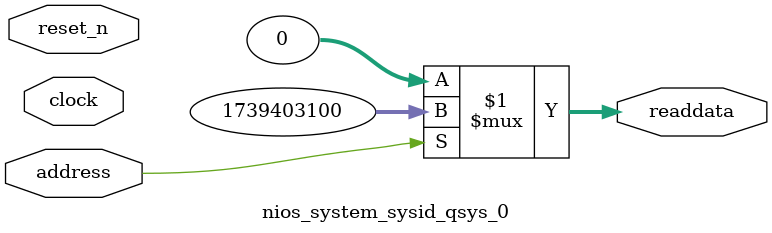
<source format=v>



// synthesis translate_off
`timescale 1ns / 1ps
// synthesis translate_on

// turn off superfluous verilog processor warnings 
// altera message_level Level1 
// altera message_off 10034 10035 10036 10037 10230 10240 10030 

module nios_system_sysid_qsys_0 (
               // inputs:
                address,
                clock,
                reset_n,

               // outputs:
                readdata
             )
;

  output  [ 31: 0] readdata;
  input            address;
  input            clock;
  input            reset_n;

  wire    [ 31: 0] readdata;
  //control_slave, which is an e_avalon_slave
  assign readdata = address ? 1739403100 : 0;

endmodule



</source>
